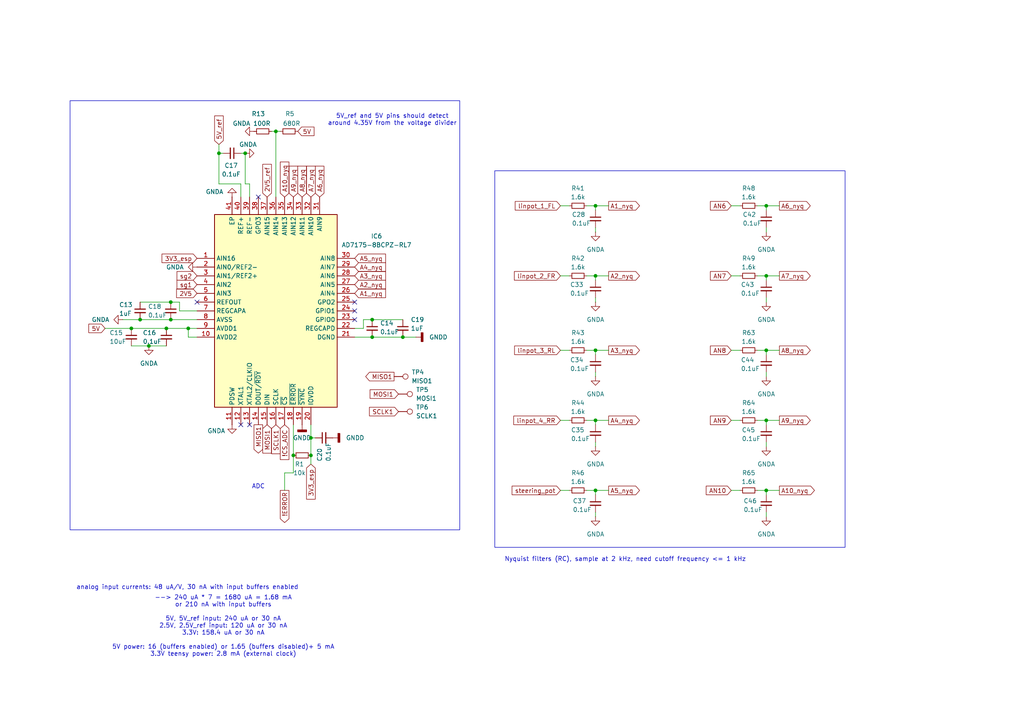
<source format=kicad_sch>
(kicad_sch (version 20250114) (generator "eeschema") (generator_version "9.0")
  (paper "A4")
  (lib_symbols
    (symbol "22XT_Main:AD7175-8BCPZ-RL7"
      (property "Reference" "IC" (at 41.91 17.78 0))
      (property "Value" "AD7175-8BCPZ-RL7" (at 41.91 15.24 0))
      (symbol "AD7175-8BCPZ-RL7_1_1"
        (rectangle (start 5.08 12.7) (end 40.64 -43.18) (stroke (width 0.254)) (fill (type background)))
        (pin passive line (at 0 0 0) (length 5.08) (name "AIN16") (number "1"))
        (pin passive line (at 0 -2.54 0) (length 5.08) (name "AIN0/REF2-") (number "2"))
        (pin passive line (at 0 -5.08 0) (length 5.08) (name "AIN1/REF2+") (number "3"))
        (pin passive line (at 0 -7.62 0) (length 5.08) (name "AIN2") (number "4"))
        (pin passive line (at 0 -10.16 0) (length 5.08) (name "AIN3") (number "5"))
        (pin passive line (at 0 -12.7 0) (length 5.08) (name "REFOUT") (number "6"))
        (pin passive line (at 0 -15.24 0) (length 5.08) (name "REGCAPA") (number "7"))
        (pin passive line (at 0 -17.78 0) (length 5.08) (name "AVSS") (number "8"))
        (pin passive line (at 0 -20.32 0) (length 5.08) (name "AVDD1") (number "9"))
        (pin passive line (at 0 -22.86 0) (length 5.08) (name "AVDD2") (number "10"))
        (pin passive line (at 10.16 17.78 270) (length 5.08) (name "EP") (number "41"))
        (pin passive line (at 10.16 -48.26 90) (length 5.08) (name "PDSW") (number "11"))
        (pin passive line (at 12.7 17.78 270) (length 5.08) (name "REF+") (number "40"))
        (pin passive line (at 12.7 -48.26 90) (length 5.08) (name "XTAL1") (number "12"))
        (pin passive line (at 15.24 17.78 270) (length 5.08) (name "REF-") (number "39"))
        (pin passive line (at 15.24 -48.26 90) (length 5.08) (name "XTAL2/CLKIO") (number "13"))
        (pin passive line (at 17.78 17.78 270) (length 5.08) (name "GPO3") (number "38"))
        (pin passive line (at 17.78 -48.26 90) (length 5.08) (name "DOUT/~{RDY}") (number "14"))
        (pin passive line (at 20.32 17.78 270) (length 5.08) (name "AIN15") (number "37"))
        (pin passive line (at 20.32 -48.26 90) (length 5.08) (name "DIN") (number "15"))
        (pin passive line (at 22.86 17.78 270) (length 5.08) (name "AIN14") (number "36"))
        (pin passive line (at 22.86 -48.26 90) (length 5.08) (name "SCLK") (number "16"))
        (pin passive line (at 25.4 17.78 270) (length 5.08) (name "AIN13") (number "35"))
        (pin passive line (at 25.4 -48.26 90) (length 5.08) (name "~{CS}") (number "17"))
        (pin passive line (at 27.94 17.78 270) (length 5.08) (name "AIN12") (number "34"))
        (pin passive line (at 27.94 -48.26 90) (length 5.08) (name "~{ERROR}") (number "18"))
        (pin passive line (at 30.48 17.78 270) (length 5.08) (name "AIN11") (number "33"))
        (pin passive line (at 30.48 -48.26 90) (length 5.08) (name "~{SYNC}") (number "19"))
        (pin passive line (at 33.02 17.78 270) (length 5.08) (name "AIN10") (number "32"))
        (pin passive line (at 33.02 -48.26 90) (length 5.08) (name "IOVDD") (number "20"))
        (pin passive line (at 35.56 17.78 270) (length 5.08) (name "AIN9") (number "31"))
        (pin passive line (at 45.72 0 180) (length 5.08) (name "AIN8") (number "30"))
        (pin passive line (at 45.72 -2.54 180) (length 5.08) (name "AIN7") (number "29"))
        (pin passive line (at 45.72 -5.08 180) (length 5.08) (name "AIN6") (number "28"))
        (pin passive line (at 45.72 -7.62 180) (length 5.08) (name "AIN5") (number "27"))
        (pin passive line (at 45.72 -10.16 180) (length 5.08) (name "AIN4") (number "26"))
        (pin passive line (at 45.72 -12.7 180) (length 5.08) (name "GPO2") (number "25"))
        (pin passive line (at 45.72 -15.24 180) (length 5.08) (name "GPIO1") (number "24"))
        (pin passive line (at 45.72 -17.78 180) (length 5.08) (name "GPIO0") (number "23"))
        (pin passive line (at 45.72 -20.32 180) (length 5.08) (name "REGCAPD") (number "22"))
        (pin passive line (at 45.72 -22.86 180) (length 5.08) (name "DGND") (number "21"))
      )
    )
    (symbol "Connector:TestPoint" (pin_numbers (hide yes)) (pin_names (offset 0.762) (hide yes))
      (property "Reference" "TP" (at 0 6.858 0))
      (property "Value" "TestPoint" (at 0 5.08 0))
      (symbol "TestPoint_0_1"
        (circle (center 0 3.302) (radius 0.762))
      )
      (symbol "TestPoint_1_1"
        (pin passive line (at 0 0 90) (length 2.54) (name "1") (number "1"))
      )
    )
    (symbol "Device:C_Small" (pin_numbers (hide yes)) (pin_names (offset 0.254) (hide yes))
      (property "Reference" "C" (at 0.254 1.778 0))
      (property "Value" "C_Small" (at 0.254 -2.032 0))
      (symbol "C_Small_0_1"
        (polyline (pts (xy -1.524 0.508) (xy 1.524 0.508)) (stroke (width 0.3048)))
        (polyline (pts (xy -1.524 -0.508) (xy 1.524 -0.508)) (stroke (width 0.3302)))
      )
      (symbol "C_Small_1_1"
        (pin passive line (at 0 2.54 270) (length 2.032) (name "~") (number "1"))
        (pin passive line (at 0 -2.54 90) (length 2.032) (name "~") (number "2"))
      )
    )
    (symbol "Device:R_Small" (pin_numbers (hide yes)) (pin_names (offset 0.254) (hide yes))
      (property "Reference" "R" (at 0.762 0.508 0))
      (property "Value" "R_Small" (at 0.762 -1.016 0))
      (symbol "R_Small_0_1"
        (rectangle (start -0.762 1.778) (end 0.762 -1.778) (stroke (width 0.2032)))
      )
      (symbol "R_Small_1_1"
        (pin passive line (at 0 2.54 270) (length 0.762) (name "~") (number "1"))
        (pin passive line (at 0 -2.54 90) (length 0.762) (name "~") (number "2"))
      )
    )
    (symbol "power:GND" (power) (pin_numbers (hide yes)) (pin_names (offset 0) (hide yes))
      (property "Value" "GND" (at 0 -3.81 0))
      (symbol "GND_0_1"
        (polyline (pts (xy 0 0) (xy 0 -1.27) (xy 1.27 -1.27) (xy 0 -2.54) (xy -1.27 -1.27) (xy 0 -1.27)))
      )
      (symbol "GND_1_1"
        (pin power_in line (at 0 0 270) (length 0) (name "~") (number "1"))
      )
    )
    (symbol "power:GNDA" (power) (pin_numbers (hide yes)) (pin_names (offset 0) (hide yes))
      (property "Value" "GNDA" (at 0 -3.81 0))
      (symbol "GNDA_0_1"
        (polyline (pts (xy 0 0) (xy 0 -1.27) (xy 1.27 -1.27) (xy 0 -2.54) (xy -1.27 -1.27) (xy 0 -1.27)))
      )
      (symbol "GNDA_1_1"
        (pin power_in line (at 0 0 270) (length 0) (name "~") (number "1"))
      )
    )
    (symbol "power:GNDD" (power) (pin_numbers (hide yes)) (pin_names (offset 0) (hide yes))
      (property "Value" "GNDD" (at 0 -3.175 0))
      (symbol "GNDD_0_1"
        (rectangle (start -1.27 -1.524) (end 1.27 -2.032) (stroke (width 0.254)) (fill (type outline)))
        (polyline (pts (xy 0 0) (xy 0 -1.524)))
      )
      (symbol "GNDD_1_1"
        (pin power_in line (at 0 0 270) (length 0) (name "~") (number "1"))
      )
    )
  )
  (rectangle (start 143.51 49.53) (end 245.11 158.75))
  (rectangle (start 20.32 29.21) (end 133.35 153.67))
  (text "ADC" (at 74.93 140.462 0) (effects (font (size 1.27 1.27)) (justify top)))
  (text "--> 240 uA * 7 = 1680 uA = 1.68 mA\nor 210 nA with input buffers\n\n5V, 5V_ref input: 240 uA or 30 nA\n2.5V, 2.5V_ref input: 120 uA or 30 nA\n3.3V: 158.4 uA or 30 nA\n\n5V power: 16 (buffers enabled) or 1.65 (buffers disabled)+ 5 mA\n3.3V teensy power: 2.8 mA (external clock)" (at 64.77 181.61 0) (effects (font (size 1.27 1.27))))
  (text "analog input currents: 48 uA/V, 30 nA with input buffers enabled\n" (at 54.356 170.434 0) (effects (font (size 1.27 1.27))))
  (text "Nyquist filters (RC), sample at 2 kHz, need cutoff frequency <= 1 kHz" (at 181.356 161.544 0) (effects (font (size 1.27 1.27)) (justify top)))
  (text "5V_ref and 5V pins should detect\naround 4.35V from the voltage divider\n" (at 113.792 33.02 0) (effects (font (size 1.27 1.27)) (justify top)))
  (junction (at 107.95 92.71))
  (junction (at 172.72 121.92))
  (junction (at 85.09 132.08))
  (junction (at 38.1 95.25))
  (junction (at 54.61 95.25))
  (junction (at 40.64 92.71))
  (junction (at 90.17 132.08))
  (junction (at 71.12 44.45))
  (junction (at 222.25 80.01))
  (junction (at 222.25 59.69))
  (junction (at 172.72 142.24))
  (junction (at 48.26 95.25))
  (junction (at 172.72 59.69))
  (junction (at 222.25 142.24))
  (junction (at 172.72 101.6))
  (junction (at 222.25 121.92))
  (junction (at 116.84 97.79))
  (junction (at 107.95 97.79))
  (junction (at 49.53 92.71))
  (junction (at 80.01 38.1))
  (junction (at 222.25 101.6))
  (junction (at 49.53 87.63))
  (junction (at 172.72 80.01))
  (junction (at 90.17 127))
  (junction (at 43.18 100.33))
  (junction (at 63.5 44.45))
  (no_connect (at 72.39 123.19))
  (no_connect (at 57.15 87.63))
  (no_connect (at 69.85 123.19))
  (no_connect (at 102.87 92.71))
  (no_connect (at 102.87 90.17))
  (no_connect (at 102.87 87.63))
  (no_connect (at 74.93 57.15))
  (wire (pts (xy 172.72 121.92) (xy 172.72 123.19)))
  (wire (pts (xy 162.56 101.6) (xy 165.1 101.6)))
  (wire (pts (xy 90.17 134.62) (xy 90.17 132.08)))
  (wire (pts (xy 102.87 95.25) (xy 105.41 95.25)))
  (wire (pts (xy 54.61 95.25) (xy 57.15 95.25)))
  (wire (pts (xy 162.56 121.92) (xy 165.1 121.92)))
  (wire (pts (xy 222.25 121.92) (xy 222.25 123.19)))
  (wire (pts (xy 30.48 95.25) (xy 38.1 95.25)))
  (wire (pts (xy 162.56 80.01) (xy 165.1 80.01)))
  (wire (pts (xy 172.72 59.69) (xy 176.53 59.69)))
  (wire (pts (xy 69.85 57.15) (xy 69.85 53.34)))
  (wire (pts (xy 43.18 100.33) (xy 48.26 100.33)))
  (wire (pts (xy 172.72 148.59) (xy 172.72 149.86)))
  (wire (pts (xy 222.25 66.04) (xy 222.25 67.31)))
  (wire (pts (xy 172.72 128.27) (xy 172.72 129.54)))
  (wire (pts (xy 222.25 80.01) (xy 226.06 80.01)))
  (wire (pts (xy 85.09 123.19) (xy 85.09 132.08)))
  (wire (pts (xy 63.5 44.45) (xy 64.77 44.45)))
  (wire (pts (xy 105.41 92.71) (xy 107.95 92.71)))
  (wire (pts (xy 107.95 97.79) (xy 102.87 97.79)))
  (wire (pts (xy 85.09 132.08) (xy 85.09 137.16)))
  (wire (pts (xy 49.53 92.71) (xy 57.15 92.71)))
  (wire (pts (xy 69.85 53.34) (xy 63.5 53.34)))
  (wire (pts (xy 222.25 59.69) (xy 226.06 59.69)))
  (wire (pts (xy 222.25 121.92) (xy 226.06 121.92)))
  (wire (pts (xy 170.18 80.01) (xy 172.72 80.01)))
  (wire (pts (xy 71.12 44.45) (xy 71.12 53.34)))
  (wire (pts (xy 69.85 44.45) (xy 71.12 44.45)))
  (wire (pts (xy 172.72 142.24) (xy 172.72 143.51)))
  (wire (pts (xy 54.61 95.25) (xy 54.61 97.79)))
  (wire (pts (xy 172.72 142.24) (xy 176.53 142.24)))
  (wire (pts (xy 222.25 86.36) (xy 222.25 87.63)))
  (wire (pts (xy 72.39 53.34) (xy 72.39 57.15)))
  (wire (pts (xy 172.72 66.04) (xy 172.72 67.31)))
  (wire (pts (xy 38.1 100.33) (xy 43.18 100.33)))
  (wire (pts (xy 219.71 101.6) (xy 222.25 101.6)))
  (wire (pts (xy 222.25 59.69) (xy 222.25 60.96)))
  (wire (pts (xy 212.09 142.24) (xy 214.63 142.24)))
  (wire (pts (xy 172.72 101.6) (xy 172.72 102.87)))
  (wire (pts (xy 222.25 142.24) (xy 222.25 143.51)))
  (wire (pts (xy 170.18 121.92) (xy 172.72 121.92)))
  (wire (pts (xy 172.72 107.95) (xy 172.72 109.22)))
  (wire (pts (xy 219.71 59.69) (xy 222.25 59.69)))
  (wire (pts (xy 222.25 107.95) (xy 222.25 109.22)))
  (wire (pts (xy 222.25 80.01) (xy 222.25 81.28)))
  (wire (pts (xy 170.18 101.6) (xy 172.72 101.6)))
  (wire (pts (xy 40.64 92.71) (xy 49.53 92.71)))
  (wire (pts (xy 63.5 41.91) (xy 63.5 44.45)))
  (wire (pts (xy 170.18 59.69) (xy 172.72 59.69)))
  (wire (pts (xy 71.12 53.34) (xy 72.39 53.34)))
  (wire (pts (xy 54.61 97.79) (xy 57.15 97.79)))
  (wire (pts (xy 90.17 123.19) (xy 90.17 127)))
  (wire (pts (xy 107.95 97.79) (xy 116.84 97.79)))
  (wire (pts (xy 85.09 137.16) (xy 82.55 137.16)))
  (wire (pts (xy 80.01 38.1) (xy 80.01 57.15)))
  (wire (pts (xy 222.25 101.6) (xy 222.25 102.87)))
  (wire (pts (xy 219.71 142.24) (xy 222.25 142.24)))
  (wire (pts (xy 219.71 121.92) (xy 222.25 121.92)))
  (wire (pts (xy 212.09 59.69) (xy 214.63 59.69)))
  (wire (pts (xy 172.72 121.92) (xy 176.53 121.92)))
  (wire (pts (xy 162.56 142.24) (xy 165.1 142.24)))
  (wire (pts (xy 219.71 80.01) (xy 222.25 80.01)))
  (wire (pts (xy 162.56 59.69) (xy 165.1 59.69)))
  (wire (pts (xy 222.25 128.27) (xy 222.25 129.54)))
  (wire (pts (xy 222.25 148.59) (xy 222.25 149.86)))
  (wire (pts (xy 170.18 142.24) (xy 172.72 142.24)))
  (wire (pts (xy 90.17 127) (xy 91.44 127)))
  (wire (pts (xy 63.5 53.34) (xy 63.5 44.45)))
  (wire (pts (xy 90.17 132.08) (xy 90.17 127)))
  (wire (pts (xy 40.64 87.63) (xy 49.53 87.63)))
  (wire (pts (xy 82.55 137.16) (xy 82.55 142.24)))
  (wire (pts (xy 52.07 90.17) (xy 57.15 90.17)))
  (wire (pts (xy 105.41 95.25) (xy 105.41 92.71)))
  (wire (pts (xy 172.72 59.69) (xy 172.72 60.96)))
  (wire (pts (xy 172.72 80.01) (xy 176.53 80.01)))
  (wire (pts (xy 35.56 92.71) (xy 40.64 92.71)))
  (wire (pts (xy 212.09 101.6) (xy 214.63 101.6)))
  (wire (pts (xy 38.1 95.25) (xy 48.26 95.25)))
  (wire (pts (xy 212.09 80.01) (xy 214.63 80.01)))
  (wire (pts (xy 107.95 92.71) (xy 116.84 92.71)))
  (wire (pts (xy 172.72 80.01) (xy 172.72 81.28)))
  (wire (pts (xy 78.74 38.1) (xy 80.01 38.1)))
  (wire (pts (xy 222.25 142.24) (xy 226.06 142.24)))
  (wire (pts (xy 172.72 86.36) (xy 172.72 87.63)))
  (wire (pts (xy 81.28 38.1) (xy 80.01 38.1)))
  (wire (pts (xy 52.07 87.63) (xy 52.07 90.17)))
  (wire (pts (xy 48.26 95.25) (xy 54.61 95.25)))
  (wire (pts (xy 172.72 101.6) (xy 176.53 101.6)))
  (wire (pts (xy 49.53 87.63) (xy 52.07 87.63)))
  (wire (pts (xy 212.09 121.92) (xy 214.63 121.92)))
  (wire (pts (xy 116.84 97.79) (xy 120.65 97.79)))
  (wire (pts (xy 222.25 101.6) (xy 226.06 101.6)))
  (global_label "A9_nyq" (shape input) (at 85.09 57.15 90) (property "Intersheetrefs" "${INTERSHEET_REFS}" (effects (hide yes))))
  (global_label "A8_nyq" (shape input) (at 87.63 57.15 90) (property "Intersheetrefs" "${INTERSHEET_REFS}" (effects (hide yes))))
  (global_label "A6_nyq" (shape output) (at 226.06 59.69 0) (property "Intersheetrefs" "${INTERSHEET_REFS}" (effects (hide yes))))
  (global_label "2V5_ref" (shape input) (at 77.47 57.15 90) (property "Intersheetrefs" "${INTERSHEET_REFS}" (effects (hide yes))))
  (global_label "2V5" (shape input) (at 57.15 85.09 180) (property "Intersheetrefs" "${INTERSHEET_REFS}" (effects (hide yes))))
  (global_label "A3_nyq" (shape output) (at 176.53 101.6 0) (property "Intersheetrefs" "${INTERSHEET_REFS}" (effects (hide yes))))
  (global_label "A7_nyq" (shape output) (at 226.06 80.01 0) (property "Intersheetrefs" "${INTERSHEET_REFS}" (effects (hide yes))))
  (global_label "A5_nyq" (shape output) (at 176.53 142.24 0) (property "Intersheetrefs" "${INTERSHEET_REFS}" (effects (hide yes))))
  (global_label "A10_nyq" (shape output) (at 226.06 142.24 0) (property "Intersheetrefs" "${INTERSHEET_REFS}" (effects (hide yes))))
  (global_label "5V" (shape input) (at 86.36 38.1 0) (property "Intersheetrefs" "${INTERSHEET_REFS}" (effects (hide yes))))
  (global_label "SCLK1" (shape input) (at 80.01 123.19 270) (property "Intersheetrefs" "${INTERSHEET_REFS}" (effects (hide yes))))
  (global_label "5V_ref" (shape input) (at 63.5 41.91 90) (property "Intersheetrefs" "${INTERSHEET_REFS}" (effects (hide yes))))
  (global_label "linpot_2_FR" (shape input) (at 162.56 80.01 180) (property "Intersheetrefs" "${INTERSHEET_REFS}" (effects (hide yes))))
  (global_label "3V3_esp" (shape input) (at 57.15 74.93 180) (property "Intersheetrefs" "${INTERSHEET_REFS}" (effects (hide yes))))
  (global_label "A5_nyq" (shape input) (at 102.87 74.93 0) (property "Intersheetrefs" "${INTERSHEET_REFS}" (effects (hide yes))))
  (global_label "3V3_esp" (shape input) (at 90.17 134.62 270) (property "Intersheetrefs" "${INTERSHEET_REFS}" (effects (hide yes))))
  (global_label "A2_nyq" (shape input) (at 102.87 82.55 0) (property "Intersheetrefs" "${INTERSHEET_REFS}" (effects (hide yes))))
  (global_label "A4_nyq" (shape output) (at 176.53 121.92 0) (property "Intersheetrefs" "${INTERSHEET_REFS}" (effects (hide yes))))
  (global_label "MISO1" (shape output) (at 114.3 109.22 180) (property "Intersheetrefs" "${INTERSHEET_REFS}" (effects (hide yes))))
  (global_label "AN6" (shape input) (at 212.09 59.69 180) (property "Intersheetrefs" "${INTERSHEET_REFS}" (effects (hide yes))))
  (global_label "AN8" (shape input) (at 212.09 101.6 180) (property "Intersheetrefs" "${INTERSHEET_REFS}" (effects (hide yes))))
  (global_label "SCLK1" (shape input) (at 115.57 119.38 180) (property "Intersheetrefs" "${INTERSHEET_REFS}" (effects (hide yes))))
  (global_label "A2_nyq" (shape output) (at 176.53 80.01 0) (property "Intersheetrefs" "${INTERSHEET_REFS}" (effects (hide yes))))
  (global_label "!ERROR" (shape output) (at 82.55 142.24 270) (property "Intersheetrefs" "${INTERSHEET_REFS}" (effects (hide yes))))
  (global_label "MISO1" (shape output) (at 74.93 123.19 270) (property "Intersheetrefs" "${INTERSHEET_REFS}" (effects (hide yes))))
  (global_label "A8_nyq" (shape output) (at 226.06 101.6 0) (property "Intersheetrefs" "${INTERSHEET_REFS}" (effects (hide yes))))
  (global_label "sg2" (shape input) (at 57.15 80.01 180) (property "Intersheetrefs" "${INTERSHEET_REFS}" (effects (hide yes))))
  (global_label "MOSI1" (shape input) (at 77.47 123.19 270) (property "Intersheetrefs" "${INTERSHEET_REFS}" (effects (hide yes))))
  (global_label "A9_nyq" (shape output) (at 226.06 121.92 0) (property "Intersheetrefs" "${INTERSHEET_REFS}" (effects (hide yes))))
  (global_label "AN7" (shape input) (at 212.09 80.01 180) (property "Intersheetrefs" "${INTERSHEET_REFS}" (effects (hide yes))))
  (global_label "A10_nyq" (shape input) (at 82.55 57.15 90) (property "Intersheetrefs" "${INTERSHEET_REFS}" (effects (hide yes))))
  (global_label "linpot_1_FL" (shape input) (at 162.56 59.69 180) (property "Intersheetrefs" "${INTERSHEET_REFS}" (effects (hide yes))))
  (global_label "AN9" (shape input) (at 212.09 121.92 180) (property "Intersheetrefs" "${INTERSHEET_REFS}" (effects (hide yes))))
  (global_label "AN10" (shape input) (at 212.09 142.24 180) (property "Intersheetrefs" "${INTERSHEET_REFS}" (effects (hide yes))))
  (global_label "A3_nyq" (shape input) (at 102.87 80.01 0) (property "Intersheetrefs" "${INTERSHEET_REFS}" (effects (hide yes))))
  (global_label "A1_nyq" (shape input) (at 102.87 85.09 0) (property "Intersheetrefs" "${INTERSHEET_REFS}" (effects (hide yes))))
  (global_label "MOSI1" (shape input) (at 115.57 114.3 180) (property "Intersheetrefs" "${INTERSHEET_REFS}" (effects (hide yes))))
  (global_label "A1_nyq" (shape output) (at 176.53 59.69 0) (property "Intersheetrefs" "${INTERSHEET_REFS}" (effects (hide yes))))
  (global_label "A7_nyq" (shape input) (at 90.17 57.15 90) (property "Intersheetrefs" "${INTERSHEET_REFS}" (effects (hide yes))))
  (global_label "sg1" (shape input) (at 57.15 82.55 180) (property "Intersheetrefs" "${INTERSHEET_REFS}" (effects (hide yes))))
  (global_label "linpot_4_RR" (shape input) (at 162.56 121.92 180) (property "Intersheetrefs" "${INTERSHEET_REFS}" (effects (hide yes))))
  (global_label "A6_nyq" (shape input) (at 92.71 57.15 90) (property "Intersheetrefs" "${INTERSHEET_REFS}" (effects (hide yes))))
  (global_label "!CS_ADC" (shape input) (at 82.55 123.19 270) (property "Intersheetrefs" "${INTERSHEET_REFS}" (effects (hide yes))))
  (global_label "steering_pot" (shape input) (at 162.56 142.24 180) (property "Intersheetrefs" "${INTERSHEET_REFS}" (effects (hide yes))))
  (global_label "A4_nyq" (shape input) (at 102.87 77.47 0) (property "Intersheetrefs" "${INTERSHEET_REFS}" (effects (hide yes))))
  (global_label "linpot_3_RL" (shape input) (at 162.56 101.6 180) (property "Intersheetrefs" "${INTERSHEET_REFS}" (effects (hide yes))))
  (global_label "5V" (shape input) (at 30.48 95.25 180) (property "Intersheetrefs" "${INTERSHEET_REFS}" (effects (hide yes))))
  (symbol (lib_id "Device:C_Small") (at 67.31 44.45 270) (unit 1)
    (property "Reference" "C17" (at 67.056 48.006 90))
    (property "Value" "0.1uF" (at 67.056 50.546 90))
    (property "Footprint" "Capacitor_SMD:C_0402_1005Metric" (effects (hide yes)))
    (property "Description" "Unpolarized capacitor, small symbol" (effects (hide yes)))
  )
  (symbol (lib_id "Device:C_Small") (at 222.25 105.41 0) (unit 1)
    (property "Reference" "C44" (at 214.884 104.394 0) (effects (justify left)))
    (property "Value" "0.1uF" (at 214.884 106.934 0) (effects (justify left)))
    (property "Footprint" "Capacitor_SMD:C_0402_1005Metric" (effects (hide yes)))
    (property "Description" "Unpolarized capacitor, small symbol" (effects (hide yes)))
  )
  (symbol (lib_id "Device:C_Small") (at 222.25 125.73 0) (unit 1)
    (property "Reference" "C45" (at 215.138 124.714 0) (effects (justify left)))
    (property "Value" "0.1uF" (at 215.138 127.254 0) (effects (justify left)))
    (property "Footprint" "Capacitor_SMD:C_0402_1005Metric" (effects (hide yes)))
    (property "Description" "Unpolarized capacitor, small symbol" (effects (hide yes)))
  )
  (symbol (lib_id "Device:R_Small") (at 167.64 101.6 270) (unit 1)
    (property "Reference" "R43" (at 167.64 96.52 90))
    (property "Value" "1.6k" (at 167.64 99.06 90))
    (property "Footprint" "Resistor_SMD:R_0402_1005Metric" (effects (hide yes)))
    (property "Description" "Resistor, small symbol" (effects (hide yes)))
  )
  (symbol (lib_id "Device:R_Small") (at 167.64 59.69 270) (unit 1)
    (property "Reference" "R41" (at 167.64 54.61 90))
    (property "Value" "1.6k" (at 167.64 57.15 90))
    (property "Footprint" "Resistor_SMD:R_0402_1005Metric" (effects (hide yes)))
    (property "Description" "Resistor, small symbol" (effects (hide yes)))
  )
  (symbol (lib_id "Device:C_Small") (at 116.84 95.25 0) (unit 1)
    (property "Reference" "C19" (at 119.126 92.71 0) (effects (justify left)))
    (property "Value" "1uF" (at 119.126 95.25 0) (effects (justify left)))
    (property "Footprint" "Capacitor_SMD:C_0402_1005Metric" (effects (hide yes)))
    (property "Description" "Unpolarized capacitor, small symbol" (effects (hide yes)))
  )
  (symbol (lib_id "power:GND") (at 67.31 57.15 180) (unit 1)
    (property "Reference" "#PWR016" (effects (hide yes)))
    (property "Value" "GNDA" (at 62.23 55.626 0))
    (property "Description" "Power symbol creates a global label with name \"GND\" , ground" (effects (hide yes)))
  )
  (symbol (lib_id "power:GNDA") (at 172.72 129.54 0) (unit 1)
    (property "Reference" "#PWR06" (effects (hide yes)))
    (property "Value" "GNDA" (at 172.72 134.62 0))
    (property "Description" "Power symbol creates a global label with name \"GNDA\" , analog ground" (effects (hide yes)))
  )
  (symbol (lib_id "Device:R_Small") (at 167.64 121.92 270) (unit 1)
    (property "Reference" "R44" (at 167.64 116.84 90))
    (property "Value" "1.6k" (at 167.64 119.38 90))
    (property "Footprint" "Resistor_SMD:R_0402_1005Metric" (effects (hide yes)))
    (property "Description" "Resistor, small symbol" (effects (hide yes)))
  )
  (symbol (lib_id "power:GNDA") (at 222.25 87.63 0) (unit 1)
    (property "Reference" "#PWR060" (effects (hide yes)))
    (property "Value" "GNDA" (at 222.25 92.71 0))
    (property "Description" "Power symbol creates a global label with name \"GNDA\" , analog ground" (effects (hide yes)))
  )
  (symbol (lib_id "Device:R_Small") (at 217.17 101.6 270) (unit 1)
    (property "Reference" "R63" (at 217.17 96.52 90))
    (property "Value" "1.6k" (at 217.17 99.06 90))
    (property "Footprint" "Resistor_SMD:R_0402_1005Metric" (effects (hide yes)))
    (property "Description" "Resistor, small symbol" (effects (hide yes)))
  )
  (symbol (lib_id "Device:R_Small") (at 87.63 132.08 90) (unit 1)
    (property "Reference" "R1" (at 86.868 134.62 90))
    (property "Value" "10k" (at 86.868 137.16 90))
    (property "Footprint" "Resistor_SMD:R_0402_1005Metric" (effects (hide yes)))
    (property "Description" "Resistor, small symbol" (effects (hide yes)))
  )
  (symbol (lib_id "power:GNDA") (at 172.72 67.31 0) (unit 1)
    (property "Reference" "#PWR03" (effects (hide yes)))
    (property "Value" "GNDA" (at 172.72 72.39 0))
    (property "Description" "Power symbol creates a global label with name \"GNDA\" , analog ground" (effects (hide yes)))
  )
  (symbol (lib_id "Device:C_Small") (at 49.53 90.17 0) (unit 1)
    (property "Reference" "C18" (at 42.926 88.9 0) (effects (justify left)))
    (property "Value" "0.1uF" (at 42.926 91.44 0) (effects (justify left)))
    (property "Footprint" "Capacitor_SMD:C_0402_1005Metric" (effects (hide yes)))
    (property "Description" "Unpolarized capacitor, small symbol" (effects (hide yes)))
  )
  (symbol (lib_id "Device:R_Small") (at 217.17 142.24 270) (unit 1)
    (property "Reference" "R65" (at 217.17 137.16 90))
    (property "Value" "1.6k" (at 217.17 139.7 90))
    (property "Footprint" "Resistor_SMD:R_0402_1005Metric" (effects (hide yes)))
    (property "Description" "Resistor, small symbol" (effects (hide yes)))
  )
  (symbol (lib_id "Device:C_Small") (at 93.98 127 90) (unit 1)
    (property "Reference" "C20" (at 92.71 133.858 0) (effects (justify left)))
    (property "Value" "0.1uF" (at 95.25 133.858 0) (effects (justify left)))
    (property "Footprint" "Capacitor_SMD:C_0402_1005Metric" (effects (hide yes)))
    (property "Description" "Unpolarized capacitor, small symbol" (effects (hide yes)))
  )
  (symbol (lib_id "power:GNDD") (at 96.52 127 90) (unit 1)
    (property "Reference" "#PWR023" (effects (hide yes)))
    (property "Value" "GNDD" (at 100.33 126.9999 90) (effects (justify right)))
    (property "Description" "Power symbol creates a global label with name \"GNDD\" , digital ground" (effects (hide yes)))
  )
  (symbol (lib_id "Device:C_Small") (at 40.64 90.17 0) (unit 1)
    (property "Reference" "C13" (at 34.544 88.392 0) (effects (justify left)))
    (property "Value" "1uF" (at 34.544 90.932 0) (effects (justify left)))
    (property "Footprint" "Capacitor_SMD:C_0402_1005Metric" (effects (hide yes)))
    (property "Description" "Unpolarized capacitor, small symbol" (effects (hide yes)))
  )
  (symbol (lib_id "power:GNDA") (at 222.25 129.54 0) (unit 1)
    (property "Reference" "#PWR062" (effects (hide yes)))
    (property "Value" "GNDA" (at 222.25 134.62 0))
    (property "Description" "Power symbol creates a global label with name \"GNDA\" , analog ground" (effects (hide yes)))
  )
  (symbol (lib_id "Device:C_Small") (at 222.25 63.5 0) (unit 1)
    (property "Reference" "C42" (at 215.392 62.23 0) (effects (justify left)))
    (property "Value" "0.1uF" (at 215.392 64.77 0) (effects (justify left)))
    (property "Footprint" "Capacitor_SMD:C_0402_1005Metric" (effects (hide yes)))
    (property "Description" "Unpolarized capacitor, small symbol" (effects (hide yes)))
  )
  (symbol (lib_id "Device:C_Small") (at 107.95 95.25 0) (unit 1)
    (property "Reference" "C14" (at 110.236 93.726 0) (effects (justify left)))
    (property "Value" "0.1uF" (at 110.236 96.266 0) (effects (justify left)))
    (property "Footprint" "Capacitor_SMD:C_0402_1005Metric" (effects (hide yes)))
    (property "Description" "Unpolarized capacitor, small symbol" (effects (hide yes)))
  )
  (symbol (lib_id "power:GNDA") (at 172.72 149.86 0) (unit 1)
    (property "Reference" "#PWR08" (effects (hide yes)))
    (property "Value" "GNDA" (at 172.72 154.94 0))
    (property "Description" "Power symbol creates a global label with name \"GNDA\" , analog ground" (effects (hide yes)))
  )
  (symbol (lib_id "power:GNDA") (at 73.66 38.1 270) (unit 1)
    (property "Reference" "#PWR025" (effects (hide yes)))
    (property "Value" "GNDA" (at 72.644 35.814 90) (effects (justify right)))
    (property "Description" "Power symbol creates a global label with name \"GNDA\" , analog ground" (effects (hide yes)))
  )
  (symbol (lib_id "power:GNDA") (at 222.25 67.31 0) (unit 1)
    (property "Reference" "#PWR045" (effects (hide yes)))
    (property "Value" "GNDA" (at 222.25 72.39 0))
    (property "Description" "Power symbol creates a global label with name \"GNDA\" , analog ground" (effects (hide yes)))
  )
  (symbol (lib_id "Connector:TestPoint") (at 115.57 119.38 270) (unit 1)
    (property "Reference" "TP6" (at 120.65 118.1099 90) (effects (justify left)))
    (property "Value" "SCLK1" (at 120.65 120.6499 90) (effects (justify left)))
    (property "Footprint" "TestPoint:TestPoint_Pad_1.0x1.0mm" (effects (hide yes)))
    (property "Description" "test point" (effects (hide yes)))
  )
  (symbol (lib_id "Connector:TestPoint") (at 115.57 114.3 270) (unit 1)
    (property "Reference" "TP5" (at 120.65 113.0299 90) (effects (justify left)))
    (property "Value" "MOSI1" (at 120.65 115.5699 90) (effects (justify left)))
    (property "Footprint" "TestPoint:TestPoint_Pad_1.0x1.0mm" (effects (hide yes)))
    (property "Description" "test point" (effects (hide yes)))
  )
  (symbol (lib_id "power:GNDA") (at 222.25 149.86 0) (unit 1)
    (property "Reference" "#PWR064" (effects (hide yes)))
    (property "Value" "GNDA" (at 222.25 154.94 0))
    (property "Description" "Power symbol creates a global label with name \"GNDA\" , analog ground" (effects (hide yes)))
  )
  (symbol (lib_id "Device:C_Small") (at 172.72 83.82 0) (unit 1)
    (property "Reference" "C33" (at 165.354 82.55 0) (effects (justify left)))
    (property "Value" "0.1uF" (at 165.354 85.09 0) (effects (justify left)))
    (property "Footprint" "Capacitor_SMD:C_0402_1005Metric" (effects (hide yes)))
    (property "Description" "Unpolarized capacitor, small symbol" (effects (hide yes)))
  )
  (symbol (lib_id "Device:C_Small") (at 172.72 105.41 0) (unit 1)
    (property "Reference" "C34" (at 165.354 104.394 0) (effects (justify left)))
    (property "Value" "0.1uF" (at 165.354 106.934 0) (effects (justify left)))
    (property "Footprint" "Capacitor_SMD:C_0402_1005Metric" (effects (hide yes)))
    (property "Description" "Unpolarized capacitor, small symbol" (effects (hide yes)))
  )
  (symbol (lib_id "power:GND") (at 67.31 123.19 0) (unit 1)
    (property "Reference" "#PWR022" (effects (hide yes)))
    (property "Value" "GNDA" (at 62.738 124.968 0))
    (property "Description" "Power symbol creates a global label with name \"GND\" , ground" (effects (hide yes)))
  )
  (symbol (lib_id "Device:R_Small") (at 76.2 38.1 270) (unit 1)
    (property "Reference" "R13" (at 74.93 33.02 90))
    (property "Value" "100R" (at 75.946 35.814 90))
    (property "Footprint" "Resistor_SMD:R_0402_1005Metric" (effects (hide yes)))
    (property "Description" "Resistor, small symbol" (effects (hide yes)))
  )
  (symbol (lib_id "Device:R_Small") (at 167.64 80.01 270) (unit 1)
    (property "Reference" "R42" (at 167.64 74.93 90))
    (property "Value" "1.6k" (at 167.64 77.47 90))
    (property "Footprint" "Resistor_SMD:R_0402_1005Metric" (effects (hide yes)))
    (property "Description" "Resistor, small symbol" (effects (hide yes)))
  )
  (symbol (lib_id "Device:C_Small") (at 222.25 83.82 0) (unit 1)
    (property "Reference" "C43" (at 214.884 82.55 0) (effects (justify left)))
    (property "Value" "0.1uF" (at 214.884 85.09 0) (effects (justify left)))
    (property "Footprint" "Capacitor_SMD:C_0402_1005Metric" (effects (hide yes)))
    (property "Description" "Unpolarized capacitor, small symbol" (effects (hide yes)))
  )
  (symbol (lib_id "Device:C_Small") (at 48.26 97.79 0) (unit 1)
    (property "Reference" "C16" (at 41.402 96.52 0) (effects (justify left)))
    (property "Value" "0.1uF" (at 41.402 99.06 0) (effects (justify left)))
    (property "Footprint" "Capacitor_SMD:C_0402_1005Metric" (effects (hide yes)))
    (property "Description" "Unpolarized capacitor, small symbol" (effects (hide yes)))
  )
  (symbol (lib_id "power:GNDA") (at 71.12 44.45 90) (unit 1)
    (property "Reference" "#PWR020" (effects (hide yes)))
    (property "Value" "GNDA" (at 69.342 41.91 90) (effects (justify right)))
    (property "Description" "Power symbol creates a global label with name \"GNDA\" , analog ground" (effects (hide yes)))
  )
  (symbol (lib_id "Device:R_Small") (at 217.17 59.69 270) (unit 1)
    (property "Reference" "R48" (at 217.17 54.61 90))
    (property "Value" "1.6k" (at 217.17 57.15 90))
    (property "Footprint" "Resistor_SMD:R_0402_1005Metric" (effects (hide yes)))
    (property "Description" "Resistor, small symbol" (effects (hide yes)))
  )
  (symbol (lib_id "Device:R_Small") (at 217.17 80.01 270) (unit 1)
    (property "Reference" "R49" (at 217.17 74.93 90))
    (property "Value" "1.6k" (at 217.17 77.47 90))
    (property "Footprint" "Resistor_SMD:R_0402_1005Metric" (effects (hide yes)))
    (property "Description" "Resistor, small symbol" (effects (hide yes)))
  )
  (symbol (lib_id "Device:C_Small") (at 38.1 97.79 0) (unit 1)
    (property "Reference" "C15" (at 31.75 96.52 0) (effects (justify left)))
    (property "Value" "10uF" (at 31.75 99.06 0) (effects (justify left)))
    (property "Footprint" "Capacitor_SMD:C_0402_1005Metric" (effects (hide yes)))
    (property "Description" "Unpolarized capacitor, small symbol" (effects (hide yes)))
  )
  (symbol (lib_id "22XT_Main:AD7175-8BCPZ-RL7") (at 57.15 74.93 0) (unit 1)
    (property "Reference" "IC6" (at 109.22 68.5098 0))
    (property "Value" "AD7175-8BCPZ-RL7" (at 109.22 71.0498 0))
    (property "Footprint" "22XT_Main:QFN50P600X600X80-41N-D" (effects (hide yes)))
    (property "Datasheet" "https://componentsearchengine.com/Datasheets/2/AD7175-8BCPZ-RL7.pdf" (effects (hide yes)))
    (property "Description" "Analog to Digital Converters - ADC 250ksps 8 input Sigma Delta ADC" (effects (hide yes)))
    (property "Height" "0.8" (effects (hide yes)))
    (property "Mouser Part Number" "584-AD7175-8BCPZ-RL7" (effects (hide yes)))
    (property "Mouser Price/Stock" "https://www.mouser.co.uk/ProductDetail/Analog-Devices/AD7175-8BCPZ-RL7?qs=JeIcUl65ClCxXjl02vXI6Q%3D%3D" (effects (hide yes)))
    (property "Manufacturer_Name" "Analog Devices" (effects (hide yes)))
    (property "Manufacturer_Part_Number" "AD7175-8BCPZ-RL7" (effects (hide yes)))
  )
  (symbol (lib_id "power:GNDA") (at 172.72 109.22 0) (unit 1)
    (property "Reference" "#PWR05" (effects (hide yes)))
    (property "Value" "GNDA" (at 172.72 114.3 0))
    (property "Description" "Power symbol creates a global label with name \"GNDA\" , analog ground" (effects (hide yes)))
  )
  (symbol (lib_id "power:GND") (at 35.56 92.71 270) (unit 1)
    (property "Reference" "#PWR018" (effects (hide yes)))
    (property "Value" "GNDA" (at 31.75 92.7099 90) (effects (justify right)))
    (property "Description" "Power symbol creates a global label with name \"GND\" , ground" (effects (hide yes)))
  )
  (symbol (lib_id "power:GNDD") (at 120.65 97.79 90) (unit 1)
    (property "Reference" "#PWR024" (effects (hide yes)))
    (property "Value" "GNDD" (at 124.46 97.7899 90) (effects (justify right)))
    (property "Description" "Power symbol creates a global label with name \"GNDD\" , digital ground" (effects (hide yes)))
  )
  (symbol (lib_id "Device:R_Small") (at 167.64 142.24 270) (unit 1)
    (property "Reference" "R46" (at 167.64 137.16 90))
    (property "Value" "1.6k" (at 167.64 139.7 90))
    (property "Footprint" "Resistor_SMD:R_0402_1005Metric" (effects (hide yes)))
    (property "Description" "Resistor, small symbol" (effects (hide yes)))
  )
  (symbol (lib_id "power:GNDA") (at 222.25 109.22 0) (unit 1)
    (property "Reference" "#PWR061" (effects (hide yes)))
    (property "Value" "GNDA" (at 222.25 114.3 0))
    (property "Description" "Power symbol creates a global label with name \"GNDA\" , analog ground" (effects (hide yes)))
  )
  (symbol (lib_id "Device:R_Small") (at 83.82 38.1 270) (unit 1)
    (property "Reference" "R5" (at 84.074 33.02 90))
    (property "Value" "680R" (at 84.582 35.814 90))
    (property "Footprint" "Resistor_SMD:R_0402_1005Metric" (effects (hide yes)))
    (property "Description" "Resistor, small symbol" (effects (hide yes)))
  )
  (symbol (lib_id "power:GND") (at 43.18 100.33 0) (unit 1)
    (property "Reference" "#PWR021" (effects (hide yes)))
    (property "Value" "GNDA" (at 43.18 105.41 0))
    (property "Description" "Power symbol creates a global label with name \"GND\" , ground" (effects (hide yes)))
  )
  (symbol (lib_id "Connector:TestPoint") (at 114.3 109.22 270) (unit 1)
    (property "Reference" "TP4" (at 119.38 107.9499 90) (effects (justify left)))
    (property "Value" "MISO1" (at 119.38 110.4899 90) (effects (justify left)))
    (property "Footprint" "TestPoint:TestPoint_Pad_1.0x1.0mm" (effects (hide yes)))
    (property "Description" "test point" (effects (hide yes)))
  )
  (symbol (lib_id "Device:R_Small") (at 217.17 121.92 270) (unit 1)
    (property "Reference" "R64" (at 217.17 116.84 90))
    (property "Value" "1.6k" (at 217.17 119.38 90))
    (property "Footprint" "Resistor_SMD:R_0402_1005Metric" (effects (hide yes)))
    (property "Description" "Resistor, small symbol" (effects (hide yes)))
  )
  (symbol (lib_id "Device:C_Small") (at 222.25 146.05 0) (unit 1)
    (property "Reference" "C46" (at 215.646 145.288 0) (effects (justify left)))
    (property "Value" "0.1uF" (at 215.646 147.828 0) (effects (justify left)))
    (property "Footprint" "Capacitor_SMD:C_0402_1005Metric" (effects (hide yes)))
    (property "Description" "Unpolarized capacitor, small symbol" (effects (hide yes)))
  )
  (symbol (lib_id "power:GND") (at 57.15 77.47 270) (unit 1)
    (property "Reference" "#PWR019" (effects (hide yes)))
    (property "Value" "GNDA" (at 53.34 77.4699 90) (effects (justify right)))
    (property "Description" "Power symbol creates a global label with name \"GND\" , ground" (effects (hide yes)))
  )
  (symbol (lib_id "power:GNDA") (at 172.72 87.63 0) (unit 1)
    (property "Reference" "#PWR04" (effects (hide yes)))
    (property "Value" "GNDA" (at 172.72 92.71 0))
    (property "Description" "Power symbol creates a global label with name \"GNDA\" , analog ground" (effects (hide yes)))
  )
  (symbol (lib_id "power:GNDD") (at 87.63 123.19 0) (unit 1)
    (property "Reference" "#PWR015" (effects (hide yes)))
    (property "Value" "GNDD" (at 87.63 127 0))
    (property "Description" "Power symbol creates a global label with name \"GNDD\" , digital ground" (effects (hide yes)))
  )
  (symbol (lib_id "Device:C_Small") (at 172.72 63.5 0) (unit 1)
    (property "Reference" "C28" (at 165.862 62.23 0) (effects (justify left)))
    (property "Value" "0.1uF" (at 165.862 64.77 0) (effects (justify left)))
    (property "Footprint" "Capacitor_SMD:C_0402_1005Metric" (effects (hide yes)))
    (property "Description" "Unpolarized capacitor, small symbol" (effects (hide yes)))
  )
  (symbol (lib_id "Device:C_Small") (at 172.72 146.05 0) (unit 1)
    (property "Reference" "C37" (at 166.116 145.288 0) (effects (justify left)))
    (property "Value" "0.1uF" (at 166.116 147.828 0) (effects (justify left)))
    (property "Footprint" "Capacitor_SMD:C_0402_1005Metric" (effects (hide yes)))
    (property "Description" "Unpolarized capacitor, small symbol" (effects (hide yes)))
  )
  (symbol (lib_id "Device:C_Small") (at 172.72 125.73 0) (unit 1)
    (property "Reference" "C35" (at 165.608 124.714 0) (effects (justify left)))
    (property "Value" "0.1uF" (at 165.608 127.254 0) (effects (justify left)))
    (property "Footprint" "Capacitor_SMD:C_0402_1005Metric" (effects (hide yes)))
    (property "Description" "Unpolarized capacitor, small symbol" (effects (hide yes)))
  )
)
</source>
